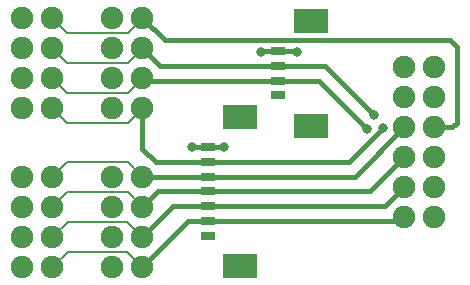
<source format=gtl>
%TF.GenerationSoftware,KiCad,Pcbnew,5.1.6-c6e7f7d~86~ubuntu18.04.1*%
%TF.CreationDate,2020-07-28T10:34:38+01:00*%
%TF.ProjectId,pmod_picoblade,706d6f64-5f70-4696-936f-626c6164652e,rev?*%
%TF.SameCoordinates,Original*%
%TF.FileFunction,Copper,L1,Top*%
%TF.FilePolarity,Positive*%
%FSLAX46Y46*%
G04 Gerber Fmt 4.6, Leading zero omitted, Abs format (unit mm)*
G04 Created by KiCad (PCBNEW 5.1.6-c6e7f7d~86~ubuntu18.04.1) date 2020-07-28 10:34:38*
%MOMM*%
%LPD*%
G01*
G04 APERTURE LIST*
%TA.AperFunction,SMDPad,CuDef*%
%ADD10R,1.300000X0.800000*%
%TD*%
%TA.AperFunction,SMDPad,CuDef*%
%ADD11R,3.000000X2.100000*%
%TD*%
%TA.AperFunction,ComponentPad*%
%ADD12C,1.900000*%
%TD*%
%TA.AperFunction,ViaPad*%
%ADD13C,0.800000*%
%TD*%
%TA.AperFunction,Conductor*%
%ADD14C,0.200000*%
%TD*%
%TA.AperFunction,Conductor*%
%ADD15C,0.400000*%
%TD*%
G04 APERTURE END LIST*
D10*
%TO.P,J7,4*%
%TO.N,GND*%
X122000000Y-62125000D03*
%TO.P,J7,3*%
%TO.N,/PMOD6*%
X122000000Y-63375000D03*
%TO.P,J7,2*%
%TO.N,/PMOD5*%
X122000000Y-64625000D03*
%TO.P,J7,1*%
%TO.N,N/C*%
X122000000Y-65875000D03*
D11*
%TO.P,J7,*%
%TO.N,*%
X124750000Y-59575000D03*
X124750000Y-68425000D03*
%TD*%
D12*
%TO.P,J6,8*%
%TO.N,/PMOD4*%
X110490000Y-66929000D03*
%TO.P,J6,7*%
%TO.N,GND*%
X107950000Y-66929000D03*
%TO.P,J6,6*%
%TO.N,/PMOD5*%
X110490000Y-64389000D03*
%TO.P,J6,5*%
%TO.N,GND*%
X107950000Y-64389000D03*
%TO.P,J6,4*%
%TO.N,/PMOD6*%
X110490000Y-61849000D03*
%TO.P,J6,3*%
%TO.N,GND*%
X107950000Y-61849000D03*
%TO.P,J6,2*%
%TO.N,/PMOD7*%
X110490000Y-59309000D03*
%TO.P,J6,1*%
%TO.N,GND*%
X107950000Y-59309000D03*
%TD*%
%TO.P,J5,1*%
%TO.N,GND*%
X100330000Y-59309000D03*
%TO.P,J5,2*%
%TO.N,/PMOD7*%
X102870000Y-59309000D03*
%TO.P,J5,3*%
%TO.N,GND*%
X100330000Y-61849000D03*
%TO.P,J5,4*%
%TO.N,/PMOD6*%
X102870000Y-61849000D03*
%TO.P,J5,5*%
%TO.N,GND*%
X100330000Y-64389000D03*
%TO.P,J5,6*%
%TO.N,/PMOD5*%
X102870000Y-64389000D03*
%TO.P,J5,7*%
%TO.N,GND*%
X100330000Y-66929000D03*
%TO.P,J5,8*%
%TO.N,/PMOD4*%
X102870000Y-66929000D03*
%TD*%
%TO.P,J4,12*%
%TO.N,N/C*%
X132650000Y-63500000D03*
%TO.P,J4,11*%
X135190000Y-63500000D03*
%TO.P,J4,10*%
%TO.N,GND*%
X132650000Y-66040000D03*
%TO.P,J4,9*%
X135190000Y-66040000D03*
%TO.P,J4,8*%
%TO.N,/PMOD3*%
X132650000Y-68580000D03*
%TO.P,J4,7*%
%TO.N,/PMOD7*%
X135190000Y-68580000D03*
%TO.P,J4,6*%
%TO.N,/PMOD2*%
X132650000Y-71120000D03*
%TO.P,J4,5*%
%TO.N,/PMOD6*%
X135190000Y-71120000D03*
%TO.P,J4,4*%
%TO.N,/PMOD1*%
X132650000Y-73660000D03*
%TO.P,J4,3*%
%TO.N,/PMOD5*%
X135190000Y-73660000D03*
%TO.P,J4,2*%
%TO.N,/PMOD0*%
X132650000Y-76200000D03*
%TO.P,J4,1*%
%TO.N,/PMOD4*%
X135190000Y-76200000D03*
%TD*%
D10*
%TO.P,J3,7*%
%TO.N,GND*%
X116000000Y-70250000D03*
%TO.P,J3,6*%
%TO.N,/PMOD4*%
X116000000Y-71500000D03*
%TO.P,J3,5*%
%TO.N,/PMOD3*%
X116000000Y-72750000D03*
%TO.P,J3,4*%
%TO.N,/PMOD2*%
X116000000Y-74000000D03*
%TO.P,J3,3*%
%TO.N,/PMOD1*%
X116000000Y-75250000D03*
%TO.P,J3,2*%
%TO.N,/PMOD0*%
X116000000Y-76500000D03*
%TO.P,J3,1*%
%TO.N,N/C*%
X116000000Y-77750000D03*
D11*
%TO.P,J3,*%
%TO.N,*%
X118750000Y-67700000D03*
X118750000Y-80300000D03*
%TD*%
D12*
%TO.P,J2,8*%
%TO.N,/PMOD0*%
X110490000Y-80391000D03*
%TO.P,J2,7*%
%TO.N,GND*%
X107950000Y-80391000D03*
%TO.P,J2,6*%
%TO.N,/PMOD1*%
X110490000Y-77851000D03*
%TO.P,J2,5*%
%TO.N,GND*%
X107950000Y-77851000D03*
%TO.P,J2,4*%
%TO.N,/PMOD2*%
X110490000Y-75311000D03*
%TO.P,J2,3*%
%TO.N,GND*%
X107950000Y-75311000D03*
%TO.P,J2,2*%
%TO.N,/PMOD3*%
X110490000Y-72771000D03*
%TO.P,J2,1*%
%TO.N,GND*%
X107950000Y-72771000D03*
%TD*%
%TO.P,J1,8*%
%TO.N,/PMOD0*%
X102870000Y-80391000D03*
%TO.P,J1,7*%
%TO.N,GND*%
X100330000Y-80391000D03*
%TO.P,J1,6*%
%TO.N,/PMOD1*%
X102870000Y-77851000D03*
%TO.P,J1,5*%
%TO.N,GND*%
X100330000Y-77851000D03*
%TO.P,J1,4*%
%TO.N,/PMOD2*%
X102870000Y-75311000D03*
%TO.P,J1,3*%
%TO.N,GND*%
X100330000Y-75311000D03*
%TO.P,J1,2*%
%TO.N,/PMOD3*%
X102870000Y-72771000D03*
%TO.P,J1,1*%
%TO.N,GND*%
X100330000Y-72771000D03*
%TD*%
D13*
%TO.N,GND*%
X120500000Y-62200000D03*
X123600000Y-62200000D03*
X114700000Y-70200000D03*
X117400000Y-70200000D03*
%TO.N,/PMOD4*%
X130900000Y-68600000D03*
%TO.N,/PMOD6*%
X130100000Y-67500000D03*
%TO.N,/PMOD5*%
X129500000Y-68700000D03*
%TD*%
D14*
%TO.N,/PMOD3*%
X109239999Y-71520999D02*
X110490000Y-72771000D01*
X102870000Y-72771000D02*
X104120001Y-71520999D01*
X104120001Y-71520999D02*
X109239999Y-71520999D01*
D15*
X115979000Y-72771000D02*
X116000000Y-72750000D01*
X110490000Y-72771000D02*
X115979000Y-72771000D01*
X128480000Y-72750000D02*
X132650000Y-68580000D01*
X116000000Y-72750000D02*
X128480000Y-72750000D01*
%TO.N,GND*%
X122000000Y-62125000D02*
X120575000Y-62125000D01*
X120575000Y-62125000D02*
X120500000Y-62200000D01*
X122000000Y-62125000D02*
X123525000Y-62125000D01*
X123525000Y-62125000D02*
X123600000Y-62200000D01*
X116000000Y-70250000D02*
X114750000Y-70250000D01*
X114750000Y-70250000D02*
X114700000Y-70200000D01*
X116000000Y-70250000D02*
X117350000Y-70250000D01*
X117350000Y-70250000D02*
X117400000Y-70200000D01*
D14*
%TO.N,/PMOD2*%
X109239999Y-74060999D02*
X110490000Y-75311000D01*
X102870000Y-75311000D02*
X104120001Y-74060999D01*
X104120001Y-74060999D02*
X109239999Y-74060999D01*
D15*
X111801000Y-74000000D02*
X116000000Y-74000000D01*
X110490000Y-75311000D02*
X111801000Y-74000000D01*
X129770000Y-74000000D02*
X132650000Y-71120000D01*
X116000000Y-74000000D02*
X129770000Y-74000000D01*
D14*
%TO.N,/PMOD1*%
X109200001Y-76561001D02*
X110490000Y-77851000D01*
X102870000Y-77851000D02*
X104159999Y-76561001D01*
X104159999Y-76561001D02*
X109200001Y-76561001D01*
D15*
X113091000Y-75250000D02*
X116000000Y-75250000D01*
X110490000Y-77851000D02*
X113091000Y-75250000D01*
X131060000Y-75250000D02*
X132650000Y-73660000D01*
X116000000Y-75250000D02*
X131060000Y-75250000D01*
D14*
%TO.N,/PMOD0*%
X109200001Y-79101001D02*
X110490000Y-80391000D01*
X102870000Y-80391000D02*
X104159999Y-79101001D01*
X104159999Y-79101001D02*
X109200001Y-79101001D01*
D15*
X114381000Y-76500000D02*
X116000000Y-76500000D01*
X110490000Y-80391000D02*
X114381000Y-76500000D01*
X132350000Y-76500000D02*
X132650000Y-76200000D01*
X116000000Y-76500000D02*
X132350000Y-76500000D01*
D14*
%TO.N,/PMOD4*%
X109239999Y-68179001D02*
X110490000Y-66929000D01*
X102870000Y-66929000D02*
X104120001Y-68179001D01*
X104120001Y-68179001D02*
X109239999Y-68179001D01*
D15*
X116000000Y-71500000D02*
X111600000Y-71500000D01*
X110490000Y-70390000D02*
X110490000Y-66929000D01*
X111600000Y-71500000D02*
X110490000Y-70390000D01*
X128000000Y-71500000D02*
X116000000Y-71500000D01*
X130900000Y-68600000D02*
X128000000Y-71500000D01*
D14*
%TO.N,/PMOD7*%
X109239999Y-60559001D02*
X110490000Y-59309000D01*
X102870000Y-59309000D02*
X104120001Y-60559001D01*
X104120001Y-60559001D02*
X109239999Y-60559001D01*
D15*
X136500000Y-61200000D02*
X112381000Y-61200000D01*
X137100000Y-61800000D02*
X136500000Y-61200000D01*
X137100000Y-68200000D02*
X137100000Y-61800000D01*
X135190000Y-68580000D02*
X136720000Y-68580000D01*
X112381000Y-61200000D02*
X110490000Y-59309000D01*
X136720000Y-68580000D02*
X137100000Y-68200000D01*
D14*
%TO.N,/PMOD6*%
X109239999Y-63099001D02*
X110490000Y-61849000D01*
X102870000Y-61849000D02*
X104120001Y-63099001D01*
X104120001Y-63099001D02*
X109239999Y-63099001D01*
D15*
X112016000Y-63375000D02*
X110490000Y-61849000D01*
X122000000Y-63375000D02*
X112016000Y-63375000D01*
X125975000Y-63375000D02*
X122000000Y-63375000D01*
X130100000Y-67500000D02*
X125975000Y-63375000D01*
D14*
%TO.N,/PMOD5*%
X109239999Y-65639001D02*
X110490000Y-64389000D01*
X102870000Y-64389000D02*
X104120001Y-65639001D01*
X104120001Y-65639001D02*
X109239999Y-65639001D01*
D15*
X110726000Y-64625000D02*
X110490000Y-64389000D01*
X122000000Y-64625000D02*
X110726000Y-64625000D01*
X125425000Y-64625000D02*
X129500000Y-68700000D01*
X122000000Y-64625000D02*
X125425000Y-64625000D01*
%TD*%
M02*

</source>
